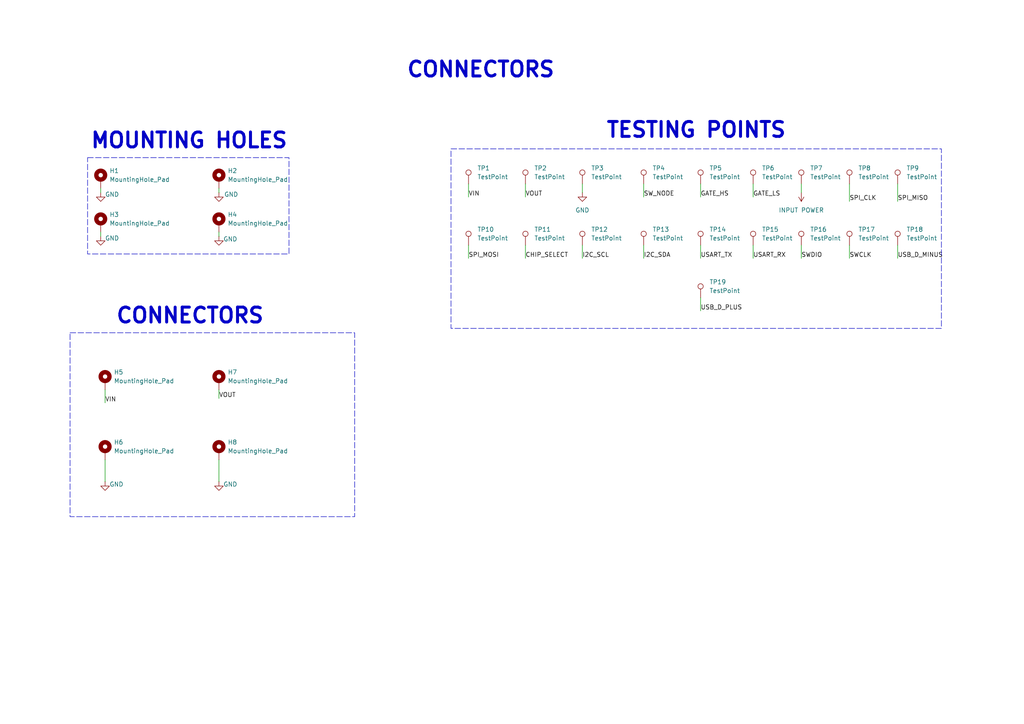
<source format=kicad_sch>
(kicad_sch (version 20250114) (generator "eeschema") (generator_version "9.0")
  (paper "A4")
  (title_block (title "CONNECTORS"))
  (lib_symbols
    (symbol "Connector:TestPoint" (pin_numbers (hide yes)) (pin_names (offset 0.762) (hide yes))
      (property "Reference" "TP" (at 0 6.858 0))
      (property "Value" "TestPoint" (at 0 5.08 0))
      (symbol "TestPoint_0_1"
        (circle (center 0 3.302) (radius 0.762))
      )
      (symbol "TestPoint_1_1"
        (pin passive line (at 0 0 90) (length 2.54) (name "1") (number "1"))
      )
    )
    (symbol "Mechanical:MountingHole_Pad" (pin_numbers (hide yes)) (pin_names (offset 1.016) (hide yes)) (in_bom no)
      (property "Reference" "H" (at 0 6.35 0))
      (property "Value" "MountingHole_Pad" (at 0 4.445 0))
      (symbol "MountingHole_Pad_0_1"
        (circle (center 0 1.27) (radius 1.27) (stroke (width 1.27)))
      )
      (symbol "MountingHole_Pad_1_1"
        (pin input line (at 0 -2.54 90) (length 2.54) (name "1") (number "1"))
      )
    )
    (symbol "power:+12V" (power) (pin_numbers (hide yes)) (pin_names (offset 0) (hide yes))
      (property "Value" "+12V" (at 0 3.556 0))
      (symbol "+12V_0_1"
        (polyline (pts (xy -0.762 1.27) (xy 0 2.54)))
        (polyline (pts (xy 0 2.54) (xy 0.762 1.27)))
        (polyline (pts (xy 0 0) (xy 0 2.54)))
      )
      (symbol "+12V_1_1"
        (pin power_in line (at 0 0 90) (length 0) (name "~") (number "1"))
      )
    )
    (symbol "power:GND" (power) (pin_numbers (hide yes)) (pin_names (offset 0) (hide yes))
      (property "Value" "GND" (at 0 -3.81 0))
      (symbol "GND_0_1"
        (polyline (pts (xy 0 0) (xy 0 -1.27) (xy 1.27 -1.27) (xy 0 -2.54) (xy -1.27 -1.27) (xy 0 -1.27)))
      )
      (symbol "GND_1_1"
        (pin power_in line (at 0 0 270) (length 0) (name "~") (number "1"))
      )
    )
  )
  (rectangle (start 25.4 45.72) (end 83.82 73.66) (stroke (width 0) (type dash)))
  (rectangle (start 130.81 43.18) (end 273.05 95.25) (stroke (width 0) (type dash)))
  (rectangle (start 20.32 96.52) (end 102.87 149.86) (stroke (width 0) (type dash)))
  (text "MOUNTING HOLES\n" (at 54.864 40.894 0) (effects (font (size 4.318 4.318) (thickness 0.8636) (bold yes))))
  (text "CONNECTORS" (at 55.118 91.694 0) (effects (font (size 4.318 4.318) (thickness 0.8636) (bold yes))))
  (text "CONNECTORS\n" (at 139.446 20.32 0) (effects (font (size 4.318 4.318) (thickness 0.8636) (bold yes))))
  (text "TESTING POINTS" (at 201.93 37.846 0) (effects (font (size 4.318 4.318) (thickness 0.8636) (bold yes))))
  (wire (pts (xy 63.5 67.31) (xy 63.5 68.58)))
  (wire (pts (xy 218.44 53.34) (xy 218.44 57.15)))
  (wire (pts (xy 63.5 54.61) (xy 63.5 55.88)))
  (wire (pts (xy 232.41 53.34) (xy 232.41 55.88)))
  (wire (pts (xy 30.48 133.35) (xy 30.48 139.7)))
  (wire (pts (xy 246.38 53.34) (xy 246.38 58.42)))
  (wire (pts (xy 168.91 71.12) (xy 168.91 74.93)))
  (wire (pts (xy 203.2 71.12) (xy 203.2 74.93)))
  (wire (pts (xy 152.4 71.12) (xy 152.4 74.93)))
  (wire (pts (xy 135.89 53.34) (xy 135.89 57.15)))
  (wire (pts (xy 218.44 71.12) (xy 218.44 74.93)))
  (wire (pts (xy 232.41 71.12) (xy 232.41 74.93)))
  (wire (pts (xy 168.91 53.34) (xy 168.91 55.88)))
  (wire (pts (xy 152.4 53.34) (xy 152.4 57.15)))
  (wire (pts (xy 63.5 113.03) (xy 63.5 115.57)))
  (wire (pts (xy 186.69 53.34) (xy 186.69 57.15)))
  (wire (pts (xy 135.89 71.12) (xy 135.89 74.93)))
  (wire (pts (xy 260.35 53.34) (xy 260.35 58.42)))
  (wire (pts (xy 203.2 86.36) (xy 203.2 90.17)))
  (wire (pts (xy 203.2 53.34) (xy 203.2 57.15)))
  (wire (pts (xy 186.69 71.12) (xy 186.69 74.93)))
  (wire (pts (xy 30.48 113.03) (xy 30.48 116.84)))
  (wire (pts (xy 29.21 54.61) (xy 29.21 55.88)))
  (wire (pts (xy 246.38 71.12) (xy 246.38 74.93)))
  (wire (pts (xy 63.5 133.35) (xy 63.5 139.7)))
  (wire (pts (xy 260.35 71.12) (xy 260.35 74.93)))
  (wire (pts (xy 29.21 67.31) (xy 29.21 68.58)))
  (label "GATE_LS" (at 218.44 57.15 0))
  (label "VOUT" (at 63.5 115.57 0))
  (label "GATE_HS" (at 203.2 57.15 0))
  (label "VIN" (at 135.89 57.15 0))
  (label "USART_RX" (at 218.44 74.93 0))
  (label "CHIP_SELECT" (at 152.4 74.93 0))
  (label "USB_D_MINUS" (at 260.35 74.93 0))
  (label "USART_TX" (at 203.2 74.93 0))
  (label "SWDIO" (at 232.41 74.93 0))
  (label "I2C_SDA" (at 186.69 74.93 0))
  (label "VOUT" (at 152.4 57.15 0))
  (label "VIN" (at 30.48 116.84 0))
  (label "SW_NODE" (at 186.69 57.15 0))
  (label "I2C_SCL" (at 168.91 74.93 0))
  (label "USB_D_PLUS" (at 203.2 90.17 0))
  (label "SPI_MISO" (at 260.35 58.42 0))
  (label "SWCLK" (at 246.38 74.93 0))
  (label "SPI_MOSI" (at 135.89 74.93 0))
  (label "SPI_CLK" (at 246.38 58.42 0))
  (symbol (lib_id "Connector:TestPoint") (at 218.44 53.34 0) (unit 1)
    (property "Reference" "TP6" (at 220.98 48.7679 0) (effects (justify left)))
    (property "Value" "TestPoint" (at 220.98 51.3079 0) (effects (justify left)))
    (property "Footprint" "TestPoint:TestPoint_Loop_D2.54mm_Drill1.5mm_Beaded" (effects (hide yes)))
    (property "Description" "test point" (effects (hide yes)))
  )
  (symbol (lib_id "Connector:TestPoint") (at 246.38 71.12 0) (unit 1)
    (property "Reference" "TP17" (at 248.92 66.5479 0) (effects (justify left)))
    (property "Value" "TestPoint" (at 248.92 69.0879 0) (effects (justify left)))
    (property "Footprint" "TestPoint:TestPoint_Loop_D2.54mm_Drill1.5mm_Beaded" (effects (hide yes)))
    (property "Description" "test point" (effects (hide yes)))
  )
  (symbol (lib_id "Connector:TestPoint") (at 218.44 71.12 0) (unit 1)
    (property "Reference" "TP15" (at 220.98 66.5479 0) (effects (justify left)))
    (property "Value" "TestPoint" (at 220.98 69.0879 0) (effects (justify left)))
    (property "Footprint" "TestPoint:TestPoint_Loop_D2.54mm_Drill1.5mm_Beaded" (effects (hide yes)))
    (property "Description" "test point" (effects (hide yes)))
  )
  (symbol (lib_id "Connector:TestPoint") (at 152.4 71.12 0) (unit 1)
    (property "Reference" "TP11" (at 154.94 66.5479 0) (effects (justify left)))
    (property "Value" "TestPoint" (at 154.94 69.0879 0) (effects (justify left)))
    (property "Footprint" "TestPoint:TestPoint_Loop_D2.54mm_Drill1.5mm_Beaded" (effects (hide yes)))
    (property "Description" "test point" (effects (hide yes)))
  )
  (symbol (lib_id "power:GND") (at 168.91 55.88 0) (unit 1)
    (property "Reference" "#PWR058" (effects (hide yes)))
    (property "Value" "GND" (at 168.91 60.96 0))
    (property "Description" "Power symbol creates a global label with name \"GND\" , ground" (effects (hide yes)))
  )
  (symbol (lib_id "Connector:TestPoint") (at 152.4 53.34 0) (unit 1)
    (property "Reference" "TP2" (at 154.94 48.7679 0) (effects (justify left)))
    (property "Value" "TestPoint" (at 154.94 51.3079 0) (effects (justify left)))
    (property "Footprint" "TestPoint:TestPoint_Loop_D2.54mm_Drill1.5mm_Beaded" (effects (hide yes)))
    (property "Description" "test point" (effects (hide yes)))
  )
  (symbol (lib_id "power:+12V") (at 232.41 55.88 180) (unit 1)
    (property "Reference" "#PWR059" (effects (hide yes)))
    (property "Value" "INPUT POWER" (at 232.41 60.96 0))
    (property "Description" "Power symbol creates a global label with name \"+12V\"" (effects (hide yes)))
  )
  (symbol (lib_id "Connector:TestPoint") (at 186.69 71.12 0) (unit 1)
    (property "Reference" "TP13" (at 189.23 66.5479 0) (effects (justify left)))
    (property "Value" "TestPoint" (at 189.23 69.0879 0) (effects (justify left)))
    (property "Footprint" "TestPoint:TestPoint_Loop_D2.54mm_Drill1.5mm_Beaded" (effects (hide yes)))
    (property "Description" "test point" (effects (hide yes)))
  )
  (symbol (lib_id "power:GND") (at 29.21 55.88 0) (unit 1)
    (property "Reference" "#PWR054" (effects (hide yes)))
    (property "Value" "GND" (at 32.512 56.388 0))
    (property "Description" "Power symbol creates a global label with name \"GND\" , ground" (effects (hide yes)))
  )
  (symbol (lib_id "Mechanical:MountingHole_Pad") (at 29.21 64.77 0) (unit 1) (in_bom no)
    (property "Reference" "H3" (at 31.75 62.2299 0) (effects (justify left)))
    (property "Value" "MountingHole_Pad" (at 31.75 64.7699 0) (effects (justify left)))
    (property "Footprint" "MountingHole:MountingHole_3.2mm_M3_Pad" (effects (hide yes)))
    (property "Description" "Mounting Hole with connection" (effects (hide yes)))
  )
  (symbol (lib_id "Connector:TestPoint") (at 232.41 71.12 0) (unit 1)
    (property "Reference" "TP16" (at 234.95 66.5479 0) (effects (justify left)))
    (property "Value" "TestPoint" (at 234.95 69.0879 0) (effects (justify left)))
    (property "Footprint" "TestPoint:TestPoint_Loop_D2.54mm_Drill1.5mm_Beaded" (effects (hide yes)))
    (property "Description" "test point" (effects (hide yes)))
  )
  (symbol (lib_id "Mechanical:MountingHole_Pad") (at 29.21 52.07 0) (unit 1) (in_bom no)
    (property "Reference" "H1" (at 31.75 49.5299 0) (effects (justify left)))
    (property "Value" "MountingHole_Pad" (at 31.75 52.0699 0) (effects (justify left)))
    (property "Footprint" "MountingHole:MountingHole_3.2mm_M3_Pad" (effects (hide yes)))
    (property "Description" "Mounting Hole with connection" (effects (hide yes)))
  )
  (symbol (lib_id "Connector:TestPoint") (at 232.41 53.34 0) (unit 1)
    (property "Reference" "TP7" (at 234.95 48.7679 0) (effects (justify left)))
    (property "Value" "TestPoint" (at 234.95 51.3079 0) (effects (justify left)))
    (property "Footprint" "TestPoint:TestPoint_Loop_D2.54mm_Drill1.5mm_Beaded" (effects (hide yes)))
    (property "Description" "test point" (effects (hide yes)))
  )
  (symbol (lib_id "power:GND") (at 30.48 139.7 0) (unit 1)
    (property "Reference" "#PWR057" (effects (hide yes)))
    (property "Value" "GND" (at 33.782 140.462 0))
    (property "Description" "Power symbol creates a global label with name \"GND\" , ground" (effects (hide yes)))
  )
  (symbol (lib_id "Connector:TestPoint") (at 203.2 86.36 0) (unit 1)
    (property "Reference" "TP19" (at 205.74 81.7879 0) (effects (justify left)))
    (property "Value" "TestPoint" (at 205.74 84.3279 0) (effects (justify left)))
    (property "Footprint" "TestPoint:TestPoint_Loop_D2.54mm_Drill1.5mm_Beaded" (effects (hide yes)))
    (property "Description" "test point" (effects (hide yes)))
  )
  (symbol (lib_id "Connector:TestPoint") (at 168.91 71.12 0) (unit 1)
    (property "Reference" "TP12" (at 171.45 66.5479 0) (effects (justify left)))
    (property "Value" "TestPoint" (at 171.45 69.0879 0) (effects (justify left)))
    (property "Footprint" "TestPoint:TestPoint_Loop_D2.54mm_Drill1.5mm_Beaded" (effects (hide yes)))
    (property "Description" "test point" (effects (hide yes)))
  )
  (symbol (lib_id "Mechanical:MountingHole_Pad") (at 63.5 130.81 0) (unit 1) (in_bom no)
    (property "Reference" "H8" (at 66.04 128.2699 0) (effects (justify left)))
    (property "Value" "MountingHole_Pad" (at 66.04 130.8099 0) (effects (justify left)))
    (property "Footprint" "MountingHole:MountingHole_6.4mm_M6_ISO14580_Pad" (effects (hide yes)))
    (property "Description" "Mounting Hole with connection" (effects (hide yes)))
  )
  (symbol (lib_id "power:GND") (at 63.5 55.88 0) (unit 1)
    (property "Reference" "#PWR053" (effects (hide yes)))
    (property "Value" "GND" (at 67.056 56.388 0))
    (property "Description" "Power symbol creates a global label with name \"GND\" , ground" (effects (hide yes)))
  )
  (symbol (lib_id "Mechanical:MountingHole_Pad") (at 63.5 64.77 0) (unit 1) (in_bom no)
    (property "Reference" "H4" (at 66.04 62.2299 0) (effects (justify left)))
    (property "Value" "MountingHole_Pad" (at 66.04 64.7699 0) (effects (justify left)))
    (property "Footprint" "MountingHole:MountingHole_3.2mm_M3_Pad" (effects (hide yes)))
    (property "Description" "Mounting Hole with connection" (effects (hide yes)))
  )
  (symbol (lib_id "power:GND") (at 63.5 139.7 0) (unit 1)
    (property "Reference" "#PWR056" (effects (hide yes)))
    (property "Value" "GND" (at 66.802 140.462 0))
    (property "Description" "Power symbol creates a global label with name \"GND\" , ground" (effects (hide yes)))
  )
  (symbol (lib_id "Connector:TestPoint") (at 135.89 71.12 0) (unit 1)
    (property "Reference" "TP10" (at 138.43 66.5479 0) (effects (justify left)))
    (property "Value" "TestPoint" (at 138.43 69.0879 0) (effects (justify left)))
    (property "Footprint" "TestPoint:TestPoint_Loop_D2.54mm_Drill1.5mm_Beaded" (effects (hide yes)))
    (property "Description" "test point" (effects (hide yes)))
  )
  (symbol (lib_id "Mechanical:MountingHole_Pad") (at 30.48 110.49 0) (unit 1) (in_bom no)
    (property "Reference" "H5" (at 33.02 107.9499 0) (effects (justify left)))
    (property "Value" "MountingHole_Pad" (at 33.02 110.4899 0) (effects (justify left)))
    (property "Footprint" "MountingHole:MountingHole_6.4mm_M6_ISO14580_Pad" (effects (hide yes)))
    (property "Description" "Mounting Hole with connection" (effects (hide yes)))
  )
  (symbol (lib_id "Mechanical:MountingHole_Pad") (at 30.48 130.81 0) (unit 1) (in_bom no)
    (property "Reference" "H6" (at 33.02 128.2699 0) (effects (justify left)))
    (property "Value" "MountingHole_Pad" (at 33.02 130.8099 0) (effects (justify left)))
    (property "Footprint" "MountingHole:MountingHole_6.4mm_M6_ISO14580_Pad" (effects (hide yes)))
    (property "Description" "Mounting Hole with connection" (effects (hide yes)))
  )
  (symbol (lib_id "Connector:TestPoint") (at 203.2 53.34 0) (unit 1)
    (property "Reference" "TP5" (at 205.74 48.7679 0) (effects (justify left)))
    (property "Value" "TestPoint" (at 205.74 51.3079 0) (effects (justify left)))
    (property "Footprint" "TestPoint:TestPoint_Loop_D2.54mm_Drill1.5mm_Beaded" (effects (hide yes)))
    (property "Description" "test point" (effects (hide yes)))
  )
  (symbol (lib_id "Mechanical:MountingHole_Pad") (at 63.5 110.49 0) (unit 1) (in_bom no)
    (property "Reference" "H7" (at 66.04 107.9499 0) (effects (justify left)))
    (property "Value" "MountingHole_Pad" (at 66.04 110.4899 0) (effects (justify left)))
    (property "Footprint" "MountingHole:MountingHole_6.4mm_M6_ISO14580_Pad" (effects (hide yes)))
    (property "Description" "Mounting Hole with connection" (effects (hide yes)))
  )
  (symbol (lib_id "Mechanical:MountingHole_Pad") (at 63.5 52.07 0) (unit 1) (in_bom no)
    (property "Reference" "H2" (at 66.04 49.5299 0) (effects (justify left)))
    (property "Value" "MountingHole_Pad" (at 66.04 52.0699 0) (effects (justify left)))
    (property "Footprint" "MountingHole:MountingHole_3.2mm_M3_Pad" (effects (hide yes)))
    (property "Description" "Mounting Hole with connection" (effects (hide yes)))
  )
  (symbol (lib_id "Connector:TestPoint") (at 135.89 53.34 0) (unit 1)
    (property "Reference" "TP1" (at 138.43 48.7679 0) (effects (justify left)))
    (property "Value" "TestPoint" (at 138.43 51.3079 0) (effects (justify left)))
    (property "Footprint" "TestPoint:TestPoint_Loop_D2.54mm_Drill1.5mm_Beaded" (effects (hide yes)))
    (property "Description" "test point" (effects (hide yes)))
  )
  (symbol (lib_id "power:GND") (at 29.21 68.58 0) (unit 1)
    (property "Reference" "#PWR052" (effects (hide yes)))
    (property "Value" "GND" (at 32.512 69.088 0))
    (property "Description" "Power symbol creates a global label with name \"GND\" , ground" (effects (hide yes)))
  )
  (symbol (lib_id "Connector:TestPoint") (at 260.35 53.34 0) (unit 1)
    (property "Reference" "TP9" (at 262.89 48.7679 0) (effects (justify left)))
    (property "Value" "TestPoint" (at 262.89 51.3079 0) (effects (justify left)))
    (property "Footprint" "TestPoint:TestPoint_Loop_D2.54mm_Drill1.5mm_Beaded" (effects (hide yes)))
    (property "Description" "test point" (effects (hide yes)))
  )
  (symbol (lib_id "power:GND") (at 63.5 68.58 0) (unit 1)
    (property "Reference" "#PWR055" (effects (hide yes)))
    (property "Value" "GND" (at 66.802 69.342 0))
    (property "Description" "Power symbol creates a global label with name \"GND\" , ground" (effects (hide yes)))
  )
  (symbol (lib_id "Connector:TestPoint") (at 203.2 71.12 0) (unit 1)
    (property "Reference" "TP14" (at 205.74 66.5479 0) (effects (justify left)))
    (property "Value" "TestPoint" (at 205.74 69.0879 0) (effects (justify left)))
    (property "Footprint" "TestPoint:TestPoint_Loop_D2.54mm_Drill1.5mm_Beaded" (effects (hide yes)))
    (property "Description" "test point" (effects (hide yes)))
  )
  (symbol (lib_id "Connector:TestPoint") (at 246.38 53.34 0) (unit 1)
    (property "Reference" "TP8" (at 248.92 48.7679 0) (effects (justify left)))
    (property "Value" "TestPoint" (at 248.92 51.3079 0) (effects (justify left)))
    (property "Footprint" "TestPoint:TestPoint_Loop_D2.54mm_Drill1.5mm_Beaded" (effects (hide yes)))
    (property "Description" "test point" (effects (hide yes)))
  )
  (symbol (lib_id "Connector:TestPoint") (at 260.35 71.12 0) (unit 1)
    (property "Reference" "TP18" (at 262.89 66.5479 0) (effects (justify left)))
    (property "Value" "TestPoint" (at 262.89 69.0879 0) (effects (justify left)))
    (property "Footprint" "TestPoint:TestPoint_Loop_D2.54mm_Drill1.5mm_Beaded" (effects (hide yes)))
    (property "Description" "test point" (effects (hide yes)))
  )
  (symbol (lib_id "Connector:TestPoint") (at 186.69 53.34 0) (unit 1)
    (property "Reference" "TP4" (at 189.23 48.7679 0) (effects (justify left)))
    (property "Value" "TestPoint" (at 189.23 51.3079 0) (effects (justify left)))
    (property "Footprint" "TestPoint:TestPoint_Loop_D2.54mm_Drill1.5mm_Beaded" (effects (hide yes)))
    (property "Description" "test point" (effects (hide yes)))
  )
  (symbol (lib_id "Connector:TestPoint") (at 168.91 53.34 0) (unit 1)
    (property "Reference" "TP3" (at 171.45 48.7679 0) (effects (justify left)))
    (property "Value" "TestPoint" (at 171.45 51.3079 0) (effects (justify left)))
    (property "Footprint" "TestPoint:TestPoint_Loop_D2.54mm_Drill1.5mm_Beaded" (effects (hide yes)))
    (property "Description" "test point" (effects (hide yes)))
  )
)
</source>
